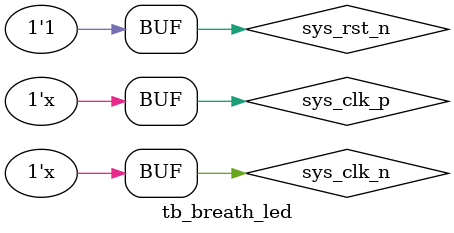
<source format=v>
`timescale 1ns/1ns
module tb_breath_led();

parameter CLK_PERIOD = 10;
parameter CNT_2US_MAX = 8'd2;
parameter CNT_2MS_MAX = 11'd10;
parameter CNT_2S_MAX = 11'd10;

reg sys_clk_p;
reg sys_clk_n;
reg sys_rst_n;

wire led;

initial begin
sys_clk_p <= 1'b0;
sys_clk_n <= 1'b1;
sys_rst_n <= 1'b0;
#200
sys_rst_n <= 1'b1;
end

always #(CLK_PERIOD/2) sys_clk_p = ~sys_clk_p;
always #(CLK_PERIOD/2) sys_clk_n = ~sys_clk_n;

// output declaration of module breath_led
breath_led #(
    .CNT_2US_MAX 	(CNT_2US_MAX),
    .CNT_2MS_MAX 	(CNT_2MS_MAX),
    .CNT_2S_MAX  	(CNT_2S_MAX))
u_breath_led(
    .sys_clk_p 	(sys_clk_p  ),
    .sys_clk_n 	(sys_clk_n  ),
    .sys_rst_n 	(sys_rst_n  ),
    .led       	(led        )
);

endmodule
</source>
